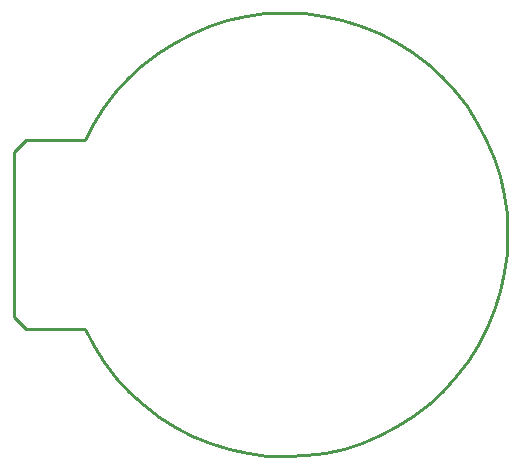
<source format=gbr>
G04 EAGLE Gerber RS-274X export*
G75*
%MOMM*%
%FSLAX34Y34*%
%LPD*%
%IN*%
%IPPOS*%
%AMOC8*
5,1,8,0,0,1.08239X$1,22.5*%
G01*
%ADD10C,0.254000*%


D10*
X270000Y340000D02*
X280000Y330000D01*
X330000Y330000D01*
X337619Y315488D01*
X346475Y301695D01*
X356498Y288727D01*
X367614Y276681D01*
X379737Y265650D01*
X392776Y255718D01*
X406630Y246960D01*
X421195Y239443D01*
X436360Y233223D01*
X452010Y228349D01*
X468024Y224858D01*
X484282Y222776D01*
X500660Y222118D01*
X517032Y222891D01*
X533275Y225087D01*
X549264Y228691D01*
X564879Y233674D01*
X580000Y240000D01*
X594512Y247619D01*
X608305Y256475D01*
X621273Y266498D01*
X633319Y277614D01*
X644350Y289737D01*
X654282Y302776D01*
X663040Y316630D01*
X670557Y331195D01*
X676777Y346360D01*
X681651Y362010D01*
X685142Y378024D01*
X687224Y394282D01*
X687882Y410660D01*
X687109Y427032D01*
X684913Y443275D01*
X681309Y459264D01*
X676326Y474879D01*
X670000Y490000D01*
X662381Y504512D01*
X653525Y518305D01*
X643502Y531273D01*
X632386Y543319D01*
X620263Y554350D01*
X607224Y564282D01*
X593370Y573040D01*
X578805Y580557D01*
X563640Y586777D01*
X547990Y591651D01*
X531976Y595142D01*
X515718Y597224D01*
X499340Y597882D01*
X482968Y597109D01*
X466725Y594913D01*
X450736Y591309D01*
X435121Y586326D01*
X420000Y580000D01*
X405488Y572381D01*
X391695Y563525D01*
X378727Y553502D01*
X366681Y542386D01*
X355650Y530263D01*
X345718Y517224D01*
X336960Y503370D01*
X330000Y490000D01*
X280000Y490000D01*
X270000Y480000D01*
X270000Y340000D01*
M02*

</source>
